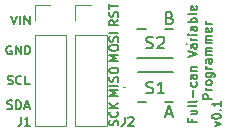
<source format=gbr>
%TF.GenerationSoftware,KiCad,Pcbnew,(5.1.6)-1*%
%TF.CreationDate,2025-01-10T10:33:32-05:00*%
%TF.ProjectId,full-can-programmer,66756c6c-2d63-4616-9e2d-70726f677261,rev?*%
%TF.SameCoordinates,Original*%
%TF.FileFunction,Legend,Top*%
%TF.FilePolarity,Positive*%
%FSLAX46Y46*%
G04 Gerber Fmt 4.6, Leading zero omitted, Abs format (unit mm)*
G04 Created by KiCad (PCBNEW (5.1.6)-1) date 2025-01-10 10:33:32*
%MOMM*%
%LPD*%
G01*
G04 APERTURE LIST*
%ADD10C,0.150000*%
%ADD11C,0.120000*%
%ADD12C,0.100000*%
%ADD13C,0.200000*%
G04 APERTURE END LIST*
D10*
X162018285Y-92828928D02*
X162518285Y-92650357D01*
X162018285Y-92471785D01*
X161768285Y-92043214D02*
X161768285Y-91971785D01*
X161804000Y-91900357D01*
X161839714Y-91864642D01*
X161911142Y-91828928D01*
X162054000Y-91793214D01*
X162232571Y-91793214D01*
X162375428Y-91828928D01*
X162446857Y-91864642D01*
X162482571Y-91900357D01*
X162518285Y-91971785D01*
X162518285Y-92043214D01*
X162482571Y-92114642D01*
X162446857Y-92150357D01*
X162375428Y-92186071D01*
X162232571Y-92221785D01*
X162054000Y-92221785D01*
X161911142Y-92186071D01*
X161839714Y-92150357D01*
X161804000Y-92114642D01*
X161768285Y-92043214D01*
X162446857Y-91471785D02*
X162482571Y-91436071D01*
X162518285Y-91471785D01*
X162482571Y-91507500D01*
X162446857Y-91471785D01*
X162518285Y-91471785D01*
X162518285Y-90721785D02*
X162518285Y-91150357D01*
X162518285Y-90936071D02*
X161768285Y-90936071D01*
X161875428Y-91007500D01*
X161946857Y-91078928D01*
X161982571Y-91150357D01*
X153818785Y-83849714D02*
X153461642Y-84099714D01*
X153818785Y-84278285D02*
X153068785Y-84278285D01*
X153068785Y-83992571D01*
X153104500Y-83921142D01*
X153140214Y-83885428D01*
X153211642Y-83849714D01*
X153318785Y-83849714D01*
X153390214Y-83885428D01*
X153425928Y-83921142D01*
X153461642Y-83992571D01*
X153461642Y-84278285D01*
X153783071Y-83564000D02*
X153818785Y-83456857D01*
X153818785Y-83278285D01*
X153783071Y-83206857D01*
X153747357Y-83171142D01*
X153675928Y-83135428D01*
X153604500Y-83135428D01*
X153533071Y-83171142D01*
X153497357Y-83206857D01*
X153461642Y-83278285D01*
X153425928Y-83421142D01*
X153390214Y-83492571D01*
X153354500Y-83528285D01*
X153283071Y-83564000D01*
X153211642Y-83564000D01*
X153140214Y-83528285D01*
X153104500Y-83492571D01*
X153068785Y-83421142D01*
X153068785Y-83242571D01*
X153104500Y-83135428D01*
X153068785Y-82921142D02*
X153068785Y-82492571D01*
X153818785Y-82706857D02*
X153068785Y-82706857D01*
X153818785Y-87284571D02*
X153068785Y-87284571D01*
X153604500Y-87034571D01*
X153068785Y-86784571D01*
X153818785Y-86784571D01*
X153068785Y-86284571D02*
X153068785Y-86141714D01*
X153104500Y-86070285D01*
X153175928Y-85998857D01*
X153318785Y-85963142D01*
X153568785Y-85963142D01*
X153711642Y-85998857D01*
X153783071Y-86070285D01*
X153818785Y-86141714D01*
X153818785Y-86284571D01*
X153783071Y-86356000D01*
X153711642Y-86427428D01*
X153568785Y-86463142D01*
X153318785Y-86463142D01*
X153175928Y-86427428D01*
X153104500Y-86356000D01*
X153068785Y-86284571D01*
X153783071Y-85677428D02*
X153818785Y-85570285D01*
X153818785Y-85391714D01*
X153783071Y-85320285D01*
X153747357Y-85284571D01*
X153675928Y-85248857D01*
X153604500Y-85248857D01*
X153533071Y-85284571D01*
X153497357Y-85320285D01*
X153461642Y-85391714D01*
X153425928Y-85534571D01*
X153390214Y-85606000D01*
X153354500Y-85641714D01*
X153283071Y-85677428D01*
X153211642Y-85677428D01*
X153140214Y-85641714D01*
X153104500Y-85606000D01*
X153068785Y-85534571D01*
X153068785Y-85356000D01*
X153104500Y-85248857D01*
X153818785Y-84927428D02*
X153068785Y-84927428D01*
X153818785Y-90269071D02*
X153068785Y-90269071D01*
X153604500Y-90019071D01*
X153068785Y-89769071D01*
X153818785Y-89769071D01*
X153818785Y-89411928D02*
X153068785Y-89411928D01*
X153783071Y-89090500D02*
X153818785Y-88983357D01*
X153818785Y-88804785D01*
X153783071Y-88733357D01*
X153747357Y-88697642D01*
X153675928Y-88661928D01*
X153604500Y-88661928D01*
X153533071Y-88697642D01*
X153497357Y-88733357D01*
X153461642Y-88804785D01*
X153425928Y-88947642D01*
X153390214Y-89019071D01*
X153354500Y-89054785D01*
X153283071Y-89090500D01*
X153211642Y-89090500D01*
X153140214Y-89054785D01*
X153104500Y-89019071D01*
X153068785Y-88947642D01*
X153068785Y-88769071D01*
X153104500Y-88661928D01*
X153068785Y-88197642D02*
X153068785Y-88054785D01*
X153104500Y-87983357D01*
X153175928Y-87911928D01*
X153318785Y-87876214D01*
X153568785Y-87876214D01*
X153711642Y-87911928D01*
X153783071Y-87983357D01*
X153818785Y-88054785D01*
X153818785Y-88197642D01*
X153783071Y-88269071D01*
X153711642Y-88340500D01*
X153568785Y-88376214D01*
X153318785Y-88376214D01*
X153175928Y-88340500D01*
X153104500Y-88269071D01*
X153068785Y-88197642D01*
X153783071Y-92785285D02*
X153818785Y-92678142D01*
X153818785Y-92499571D01*
X153783071Y-92428142D01*
X153747357Y-92392428D01*
X153675928Y-92356714D01*
X153604500Y-92356714D01*
X153533071Y-92392428D01*
X153497357Y-92428142D01*
X153461642Y-92499571D01*
X153425928Y-92642428D01*
X153390214Y-92713857D01*
X153354500Y-92749571D01*
X153283071Y-92785285D01*
X153211642Y-92785285D01*
X153140214Y-92749571D01*
X153104500Y-92713857D01*
X153068785Y-92642428D01*
X153068785Y-92463857D01*
X153104500Y-92356714D01*
X153747357Y-91606714D02*
X153783071Y-91642428D01*
X153818785Y-91749571D01*
X153818785Y-91821000D01*
X153783071Y-91928142D01*
X153711642Y-91999571D01*
X153640214Y-92035285D01*
X153497357Y-92071000D01*
X153390214Y-92071000D01*
X153247357Y-92035285D01*
X153175928Y-91999571D01*
X153104500Y-91928142D01*
X153068785Y-91821000D01*
X153068785Y-91749571D01*
X153104500Y-91642428D01*
X153140214Y-91606714D01*
X153818785Y-91285285D02*
X153068785Y-91285285D01*
X153818785Y-90856714D02*
X153390214Y-91178142D01*
X153068785Y-90856714D02*
X153497357Y-91285285D01*
X160090928Y-92241071D02*
X160090928Y-92491071D01*
X160483785Y-92491071D02*
X159733785Y-92491071D01*
X159733785Y-92133928D01*
X159983785Y-91526785D02*
X160483785Y-91526785D01*
X159983785Y-91848214D02*
X160376642Y-91848214D01*
X160448071Y-91812500D01*
X160483785Y-91741071D01*
X160483785Y-91633928D01*
X160448071Y-91562500D01*
X160412357Y-91526785D01*
X160483785Y-91062500D02*
X160448071Y-91133928D01*
X160376642Y-91169642D01*
X159733785Y-91169642D01*
X160483785Y-90669642D02*
X160448071Y-90741071D01*
X160376642Y-90776785D01*
X159733785Y-90776785D01*
X160198071Y-90383928D02*
X160198071Y-89812500D01*
X160448071Y-89133928D02*
X160483785Y-89205357D01*
X160483785Y-89348214D01*
X160448071Y-89419642D01*
X160412357Y-89455357D01*
X160340928Y-89491071D01*
X160126642Y-89491071D01*
X160055214Y-89455357D01*
X160019500Y-89419642D01*
X159983785Y-89348214D01*
X159983785Y-89205357D01*
X160019500Y-89133928D01*
X160483785Y-88491071D02*
X160090928Y-88491071D01*
X160019500Y-88526785D01*
X159983785Y-88598214D01*
X159983785Y-88741071D01*
X160019500Y-88812500D01*
X160448071Y-88491071D02*
X160483785Y-88562500D01*
X160483785Y-88741071D01*
X160448071Y-88812500D01*
X160376642Y-88848214D01*
X160305214Y-88848214D01*
X160233785Y-88812500D01*
X160198071Y-88741071D01*
X160198071Y-88562500D01*
X160162357Y-88491071D01*
X159983785Y-88133928D02*
X160483785Y-88133928D01*
X160055214Y-88133928D02*
X160019500Y-88098214D01*
X159983785Y-88026785D01*
X159983785Y-87919642D01*
X160019500Y-87848214D01*
X160090928Y-87812500D01*
X160483785Y-87812500D01*
X159733785Y-86991071D02*
X160483785Y-86741071D01*
X159733785Y-86491071D01*
X160483785Y-85919642D02*
X160090928Y-85919642D01*
X160019500Y-85955357D01*
X159983785Y-86026785D01*
X159983785Y-86169642D01*
X160019500Y-86241071D01*
X160448071Y-85919642D02*
X160483785Y-85991071D01*
X160483785Y-86169642D01*
X160448071Y-86241071D01*
X160376642Y-86276785D01*
X160305214Y-86276785D01*
X160233785Y-86241071D01*
X160198071Y-86169642D01*
X160198071Y-85991071D01*
X160162357Y-85919642D01*
X160483785Y-85562500D02*
X159983785Y-85562500D01*
X160126642Y-85562500D02*
X160055214Y-85526785D01*
X160019500Y-85491071D01*
X159983785Y-85419642D01*
X159983785Y-85348214D01*
X160483785Y-85098214D02*
X159983785Y-85098214D01*
X159733785Y-85098214D02*
X159769500Y-85133928D01*
X159805214Y-85098214D01*
X159769500Y-85062500D01*
X159733785Y-85098214D01*
X159805214Y-85098214D01*
X160483785Y-84419642D02*
X160090928Y-84419642D01*
X160019500Y-84455357D01*
X159983785Y-84526785D01*
X159983785Y-84669642D01*
X160019500Y-84741071D01*
X160448071Y-84419642D02*
X160483785Y-84491071D01*
X160483785Y-84669642D01*
X160448071Y-84741071D01*
X160376642Y-84776785D01*
X160305214Y-84776785D01*
X160233785Y-84741071D01*
X160198071Y-84669642D01*
X160198071Y-84491071D01*
X160162357Y-84419642D01*
X160483785Y-84062500D02*
X159733785Y-84062500D01*
X160019500Y-84062500D02*
X159983785Y-83991071D01*
X159983785Y-83848214D01*
X160019500Y-83776785D01*
X160055214Y-83741071D01*
X160126642Y-83705357D01*
X160340928Y-83705357D01*
X160412357Y-83741071D01*
X160448071Y-83776785D01*
X160483785Y-83848214D01*
X160483785Y-83991071D01*
X160448071Y-84062500D01*
X160483785Y-83276785D02*
X160448071Y-83348214D01*
X160376642Y-83383928D01*
X159733785Y-83383928D01*
X160448071Y-82705357D02*
X160483785Y-82776785D01*
X160483785Y-82919642D01*
X160448071Y-82991071D01*
X160376642Y-83026785D01*
X160090928Y-83026785D01*
X160019500Y-82991071D01*
X159983785Y-82919642D01*
X159983785Y-82776785D01*
X160019500Y-82705357D01*
X160090928Y-82669642D01*
X160162357Y-82669642D01*
X160233785Y-83026785D01*
X161758785Y-90544642D02*
X161008785Y-90544642D01*
X161008785Y-90258928D01*
X161044500Y-90187500D01*
X161080214Y-90151785D01*
X161151642Y-90116071D01*
X161258785Y-90116071D01*
X161330214Y-90151785D01*
X161365928Y-90187500D01*
X161401642Y-90258928D01*
X161401642Y-90544642D01*
X161758785Y-89794642D02*
X161258785Y-89794642D01*
X161401642Y-89794642D02*
X161330214Y-89758928D01*
X161294500Y-89723214D01*
X161258785Y-89651785D01*
X161258785Y-89580357D01*
X161758785Y-89223214D02*
X161723071Y-89294642D01*
X161687357Y-89330357D01*
X161615928Y-89366071D01*
X161401642Y-89366071D01*
X161330214Y-89330357D01*
X161294500Y-89294642D01*
X161258785Y-89223214D01*
X161258785Y-89116071D01*
X161294500Y-89044642D01*
X161330214Y-89008928D01*
X161401642Y-88973214D01*
X161615928Y-88973214D01*
X161687357Y-89008928D01*
X161723071Y-89044642D01*
X161758785Y-89116071D01*
X161758785Y-89223214D01*
X161258785Y-88330357D02*
X161865928Y-88330357D01*
X161937357Y-88366071D01*
X161973071Y-88401785D01*
X162008785Y-88473214D01*
X162008785Y-88580357D01*
X161973071Y-88651785D01*
X161723071Y-88330357D02*
X161758785Y-88401785D01*
X161758785Y-88544642D01*
X161723071Y-88616071D01*
X161687357Y-88651785D01*
X161615928Y-88687500D01*
X161401642Y-88687500D01*
X161330214Y-88651785D01*
X161294500Y-88616071D01*
X161258785Y-88544642D01*
X161258785Y-88401785D01*
X161294500Y-88330357D01*
X161758785Y-87973214D02*
X161258785Y-87973214D01*
X161401642Y-87973214D02*
X161330214Y-87937500D01*
X161294500Y-87901785D01*
X161258785Y-87830357D01*
X161258785Y-87758928D01*
X161758785Y-87187500D02*
X161365928Y-87187500D01*
X161294500Y-87223214D01*
X161258785Y-87294642D01*
X161258785Y-87437500D01*
X161294500Y-87508928D01*
X161723071Y-87187500D02*
X161758785Y-87258928D01*
X161758785Y-87437500D01*
X161723071Y-87508928D01*
X161651642Y-87544642D01*
X161580214Y-87544642D01*
X161508785Y-87508928D01*
X161473071Y-87437500D01*
X161473071Y-87258928D01*
X161437357Y-87187500D01*
X161758785Y-86830357D02*
X161258785Y-86830357D01*
X161330214Y-86830357D02*
X161294500Y-86794642D01*
X161258785Y-86723214D01*
X161258785Y-86616071D01*
X161294500Y-86544642D01*
X161365928Y-86508928D01*
X161758785Y-86508928D01*
X161365928Y-86508928D02*
X161294500Y-86473214D01*
X161258785Y-86401785D01*
X161258785Y-86294642D01*
X161294500Y-86223214D01*
X161365928Y-86187500D01*
X161758785Y-86187500D01*
X161758785Y-85830357D02*
X161258785Y-85830357D01*
X161330214Y-85830357D02*
X161294500Y-85794642D01*
X161258785Y-85723214D01*
X161258785Y-85616071D01*
X161294500Y-85544642D01*
X161365928Y-85508928D01*
X161758785Y-85508928D01*
X161365928Y-85508928D02*
X161294500Y-85473214D01*
X161258785Y-85401785D01*
X161258785Y-85294642D01*
X161294500Y-85223214D01*
X161365928Y-85187500D01*
X161758785Y-85187500D01*
X161723071Y-84544642D02*
X161758785Y-84616071D01*
X161758785Y-84758928D01*
X161723071Y-84830357D01*
X161651642Y-84866071D01*
X161365928Y-84866071D01*
X161294500Y-84830357D01*
X161258785Y-84758928D01*
X161258785Y-84616071D01*
X161294500Y-84544642D01*
X161365928Y-84508928D01*
X161437357Y-84508928D01*
X161508785Y-84866071D01*
X161758785Y-84187500D02*
X161258785Y-84187500D01*
X161401642Y-84187500D02*
X161330214Y-84151785D01*
X161294500Y-84116071D01*
X161258785Y-84044642D01*
X161258785Y-83973214D01*
X144784071Y-83472785D02*
X145034071Y-84222785D01*
X145284071Y-83472785D01*
X145534071Y-84222785D02*
X145534071Y-83472785D01*
X145891214Y-84222785D02*
X145891214Y-83472785D01*
X146319785Y-84222785D01*
X146319785Y-83472785D01*
X158186428Y-83685071D02*
X158329285Y-83732690D01*
X158376904Y-83780309D01*
X158424523Y-83875547D01*
X158424523Y-84018404D01*
X158376904Y-84113642D01*
X158329285Y-84161261D01*
X158234047Y-84208880D01*
X157853095Y-84208880D01*
X157853095Y-83208880D01*
X158186428Y-83208880D01*
X158281666Y-83256500D01*
X158329285Y-83304119D01*
X158376904Y-83399357D01*
X158376904Y-83494595D01*
X158329285Y-83589833D01*
X158281666Y-83637452D01*
X158186428Y-83685071D01*
X157853095Y-83685071D01*
X157876904Y-91797166D02*
X158353095Y-91797166D01*
X157781666Y-92082880D02*
X158115000Y-91082880D01*
X158448333Y-92082880D01*
X144440785Y-91362571D02*
X144547928Y-91398285D01*
X144726500Y-91398285D01*
X144797928Y-91362571D01*
X144833642Y-91326857D01*
X144869357Y-91255428D01*
X144869357Y-91184000D01*
X144833642Y-91112571D01*
X144797928Y-91076857D01*
X144726500Y-91041142D01*
X144583642Y-91005428D01*
X144512214Y-90969714D01*
X144476500Y-90934000D01*
X144440785Y-90862571D01*
X144440785Y-90791142D01*
X144476500Y-90719714D01*
X144512214Y-90684000D01*
X144583642Y-90648285D01*
X144762214Y-90648285D01*
X144869357Y-90684000D01*
X145190785Y-91398285D02*
X145190785Y-90648285D01*
X145369357Y-90648285D01*
X145476500Y-90684000D01*
X145547928Y-90755428D01*
X145583642Y-90826857D01*
X145619357Y-90969714D01*
X145619357Y-91076857D01*
X145583642Y-91219714D01*
X145547928Y-91291142D01*
X145476500Y-91362571D01*
X145369357Y-91398285D01*
X145190785Y-91398285D01*
X145905071Y-91184000D02*
X146262214Y-91184000D01*
X145833642Y-91398285D02*
X146083642Y-90648285D01*
X146333642Y-91398285D01*
X144458642Y-89267071D02*
X144565785Y-89302785D01*
X144744357Y-89302785D01*
X144815785Y-89267071D01*
X144851500Y-89231357D01*
X144887214Y-89159928D01*
X144887214Y-89088500D01*
X144851500Y-89017071D01*
X144815785Y-88981357D01*
X144744357Y-88945642D01*
X144601500Y-88909928D01*
X144530071Y-88874214D01*
X144494357Y-88838500D01*
X144458642Y-88767071D01*
X144458642Y-88695642D01*
X144494357Y-88624214D01*
X144530071Y-88588500D01*
X144601500Y-88552785D01*
X144780071Y-88552785D01*
X144887214Y-88588500D01*
X145637214Y-89231357D02*
X145601500Y-89267071D01*
X145494357Y-89302785D01*
X145422928Y-89302785D01*
X145315785Y-89267071D01*
X145244357Y-89195642D01*
X145208642Y-89124214D01*
X145172928Y-88981357D01*
X145172928Y-88874214D01*
X145208642Y-88731357D01*
X145244357Y-88659928D01*
X145315785Y-88588500D01*
X145422928Y-88552785D01*
X145494357Y-88552785D01*
X145601500Y-88588500D01*
X145637214Y-88624214D01*
X146315785Y-89302785D02*
X145958642Y-89302785D01*
X145958642Y-88552785D01*
X144780071Y-86048500D02*
X144708642Y-86012785D01*
X144601500Y-86012785D01*
X144494357Y-86048500D01*
X144422928Y-86119928D01*
X144387214Y-86191357D01*
X144351500Y-86334214D01*
X144351500Y-86441357D01*
X144387214Y-86584214D01*
X144422928Y-86655642D01*
X144494357Y-86727071D01*
X144601500Y-86762785D01*
X144672928Y-86762785D01*
X144780071Y-86727071D01*
X144815785Y-86691357D01*
X144815785Y-86441357D01*
X144672928Y-86441357D01*
X145137214Y-86762785D02*
X145137214Y-86012785D01*
X145565785Y-86762785D01*
X145565785Y-86012785D01*
X145922928Y-86762785D02*
X145922928Y-86012785D01*
X146101500Y-86012785D01*
X146208642Y-86048500D01*
X146280071Y-86119928D01*
X146315785Y-86191357D01*
X146351500Y-86334214D01*
X146351500Y-86441357D01*
X146315785Y-86584214D01*
X146280071Y-86655642D01*
X146208642Y-86727071D01*
X146101500Y-86762785D01*
X145922928Y-86762785D01*
D11*
%TO.C,J1*%
X146752000Y-92833500D02*
X149412000Y-92833500D01*
X146752000Y-85153500D02*
X146752000Y-92833500D01*
X149412000Y-85153500D02*
X149412000Y-92833500D01*
X146752000Y-85153500D02*
X149412000Y-85153500D01*
X146752000Y-83883500D02*
X146752000Y-82553500D01*
X146752000Y-82553500D02*
X148082000Y-82553500D01*
D12*
%TO.C,S1*%
X154372000Y-89535000D02*
X154372000Y-89535000D01*
X154272000Y-89535000D02*
X154272000Y-89535000D01*
D13*
X155472000Y-88285000D02*
X158472000Y-88285000D01*
X155472000Y-90785000D02*
X156172000Y-90785000D01*
X157772000Y-90785000D02*
X158472000Y-90785000D01*
D12*
X154272000Y-89535000D02*
G75*
G02*
X154372000Y-89535000I50000J0D01*
G01*
X154372000Y-89535000D02*
G75*
G02*
X154272000Y-89535000I-50000J0D01*
G01*
D13*
%TO.C,S2*%
X156157500Y-84602000D02*
X155457500Y-84602000D01*
X158457500Y-84602000D02*
X157757500Y-84602000D01*
X158457500Y-87102000D02*
X155457500Y-87102000D01*
D12*
X159657500Y-85852000D02*
X159657500Y-85852000D01*
X159557500Y-85852000D02*
X159557500Y-85852000D01*
X159557500Y-85852000D02*
G75*
G02*
X159657500Y-85852000I50000J0D01*
G01*
X159657500Y-85852000D02*
G75*
G02*
X159557500Y-85852000I-50000J0D01*
G01*
D11*
%TO.C,J2*%
X150181000Y-92833500D02*
X152841000Y-92833500D01*
X150181000Y-85153500D02*
X150181000Y-92833500D01*
X152841000Y-85153500D02*
X152841000Y-92833500D01*
X150181000Y-85153500D02*
X152841000Y-85153500D01*
X150181000Y-83883500D02*
X150181000Y-82553500D01*
X150181000Y-82553500D02*
X151511000Y-82553500D01*
%TO.C,J1*%
D10*
X145609500Y-92045285D02*
X145609500Y-92581000D01*
X145573785Y-92688142D01*
X145502357Y-92759571D01*
X145395214Y-92795285D01*
X145323785Y-92795285D01*
X146359500Y-92795285D02*
X145930928Y-92795285D01*
X146145214Y-92795285D02*
X146145214Y-92045285D01*
X146073785Y-92152428D01*
X146002357Y-92223857D01*
X145930928Y-92259571D01*
%TO.C,S1*%
X156220594Y-90024260D02*
X156363451Y-90071879D01*
X156601546Y-90071879D01*
X156696784Y-90024260D01*
X156744403Y-89976641D01*
X156792022Y-89881403D01*
X156792022Y-89786165D01*
X156744403Y-89690927D01*
X156696784Y-89643308D01*
X156601546Y-89595689D01*
X156411070Y-89548070D01*
X156315832Y-89500451D01*
X156268213Y-89452832D01*
X156220594Y-89357594D01*
X156220594Y-89262356D01*
X156268213Y-89167118D01*
X156315832Y-89119499D01*
X156411070Y-89071879D01*
X156649165Y-89071879D01*
X156792022Y-89119499D01*
X157744403Y-90071879D02*
X157172975Y-90071879D01*
X157458689Y-90071879D02*
X157458689Y-89071879D01*
X157363451Y-89214737D01*
X157268213Y-89309975D01*
X157172975Y-89357594D01*
%TO.C,S2*%
X156195595Y-86207262D02*
X156338452Y-86254881D01*
X156576547Y-86254881D01*
X156671785Y-86207262D01*
X156719404Y-86159643D01*
X156767023Y-86064405D01*
X156767023Y-85969167D01*
X156719404Y-85873929D01*
X156671785Y-85826310D01*
X156576547Y-85778691D01*
X156386071Y-85731072D01*
X156290833Y-85683453D01*
X156243214Y-85635834D01*
X156195595Y-85540596D01*
X156195595Y-85445358D01*
X156243214Y-85350120D01*
X156290833Y-85302501D01*
X156386071Y-85254881D01*
X156624166Y-85254881D01*
X156767023Y-85302501D01*
X157147976Y-85350120D02*
X157195595Y-85302501D01*
X157290833Y-85254881D01*
X157528928Y-85254881D01*
X157624166Y-85302501D01*
X157671785Y-85350120D01*
X157719404Y-85445358D01*
X157719404Y-85540596D01*
X157671785Y-85683453D01*
X157100357Y-86254881D01*
X157719404Y-86254881D01*
%TO.C,J2*%
X154372500Y-92045285D02*
X154372500Y-92581000D01*
X154336785Y-92688142D01*
X154265357Y-92759571D01*
X154158214Y-92795285D01*
X154086785Y-92795285D01*
X154693928Y-92116714D02*
X154729642Y-92081000D01*
X154801071Y-92045285D01*
X154979642Y-92045285D01*
X155051071Y-92081000D01*
X155086785Y-92116714D01*
X155122500Y-92188142D01*
X155122500Y-92259571D01*
X155086785Y-92366714D01*
X154658214Y-92795285D01*
X155122500Y-92795285D01*
%TD*%
M02*

</source>
